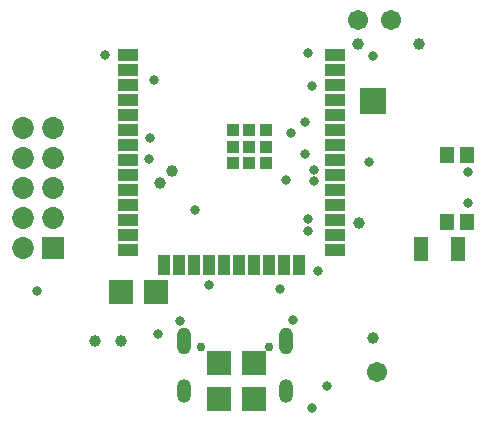
<source format=gbs>
G04*
G04 #@! TF.GenerationSoftware,Altium Limited,Altium Designer,23.4.1 (23)*
G04*
G04 Layer_Color=16711935*
%FSLAX44Y44*%
%MOMM*%
G71*
G04*
G04 #@! TF.SameCoordinates,89D196A3-88CA-4BC0-B6F8-5B7F0D742441*
G04*
G04*
G04 #@! TF.FilePolarity,Negative*
G04*
G01*
G75*
%ADD35R,2.0032X2.0432*%
%ADD43R,2.0432X2.0032*%
%ADD46R,1.2032X2.0032*%
%ADD47C,1.7032*%
%ADD48O,1.2032X2.0032*%
%ADD49C,0.7500*%
%ADD50O,1.2032X2.3032*%
%ADD51C,1.8532*%
%ADD52R,1.8532X1.8532*%
%ADD53C,0.8032*%
%ADD54C,1.0032*%
%ADD73R,1.1032X1.1032*%
%ADD74R,1.7032X1.1032*%
%ADD75R,1.1032X1.7032*%
%ADD76R,2.2032X2.2032*%
%ADD77R,1.2032X1.4032*%
D35*
X121000Y123000D02*
D03*
X151000D02*
D03*
D43*
X234020Y63000D02*
D03*
Y33000D02*
D03*
X204000Y63000D02*
D03*
Y33000D02*
D03*
D46*
X375500Y160000D02*
D03*
X406500D02*
D03*
D47*
X350000Y354000D02*
D03*
X322000D02*
D03*
X338000Y56000D02*
D03*
D48*
X261200Y39725D02*
D03*
X174800D02*
D03*
D49*
X246900Y76525D02*
D03*
X189100D02*
D03*
D50*
X174800Y81525D02*
D03*
X261200D02*
D03*
D51*
X38000Y186000D02*
D03*
X63400D02*
D03*
X38000Y160600D02*
D03*
X63400Y211400D02*
D03*
X38000D02*
D03*
X63400Y236800D02*
D03*
Y262200D02*
D03*
X38000Y236800D02*
D03*
Y262200D02*
D03*
D52*
X63400Y160600D02*
D03*
D53*
X153000Y88000D02*
D03*
X265000Y258000D02*
D03*
X261000Y218000D02*
D03*
X184000Y193000D02*
D03*
X335000Y323000D02*
D03*
X145000Y236000D02*
D03*
X146000Y254000D02*
D03*
X283000Y25000D02*
D03*
X296000Y44000D02*
D03*
X50000Y124000D02*
D03*
X280000Y326000D02*
D03*
X331000Y233000D02*
D03*
X256000Y126000D02*
D03*
X288000Y141000D02*
D03*
X196000Y129000D02*
D03*
X267000Y100000D02*
D03*
X171000Y99000D02*
D03*
X415000Y199000D02*
D03*
Y225000D02*
D03*
X108000Y324000D02*
D03*
X149000Y303000D02*
D03*
X234020Y63000D02*
D03*
X205000Y64000D02*
D03*
X283000Y298000D02*
D03*
X285000Y217000D02*
D03*
Y227000D02*
D03*
X277000Y267000D02*
D03*
Y240000D02*
D03*
X280000Y185000D02*
D03*
Y175000D02*
D03*
D54*
X335000Y84000D02*
D03*
X374000Y333000D02*
D03*
X322000D02*
D03*
X323000Y182000D02*
D03*
X164270Y226000D02*
D03*
X154000Y216000D02*
D03*
X121000Y82000D02*
D03*
X99000D02*
D03*
D73*
X215950Y232400D02*
D03*
X229950D02*
D03*
X243950D02*
D03*
X215950Y246400D02*
D03*
X229950D02*
D03*
X243950D02*
D03*
X215950Y260400D02*
D03*
X229950D02*
D03*
X243950D02*
D03*
D74*
X127450Y323600D02*
D03*
Y310900D02*
D03*
Y298200D02*
D03*
Y285500D02*
D03*
Y272800D02*
D03*
Y260100D02*
D03*
Y247400D02*
D03*
Y234700D02*
D03*
Y222000D02*
D03*
Y209300D02*
D03*
Y196600D02*
D03*
Y183900D02*
D03*
Y171200D02*
D03*
Y158500D02*
D03*
X302450D02*
D03*
Y171200D02*
D03*
Y183900D02*
D03*
Y196600D02*
D03*
Y209300D02*
D03*
Y222000D02*
D03*
Y234700D02*
D03*
Y247400D02*
D03*
Y260100D02*
D03*
Y272800D02*
D03*
Y285500D02*
D03*
Y298200D02*
D03*
Y310900D02*
D03*
Y323600D02*
D03*
D75*
X157800Y146000D02*
D03*
X170500D02*
D03*
X183200D02*
D03*
X195900D02*
D03*
X208600D02*
D03*
X221300D02*
D03*
X234000D02*
D03*
X246700D02*
D03*
X259400D02*
D03*
X272100D02*
D03*
D76*
X335000Y285000D02*
D03*
D77*
X414500Y239000D02*
D03*
X397500D02*
D03*
X414500Y183000D02*
D03*
X397500D02*
D03*
M02*

</source>
